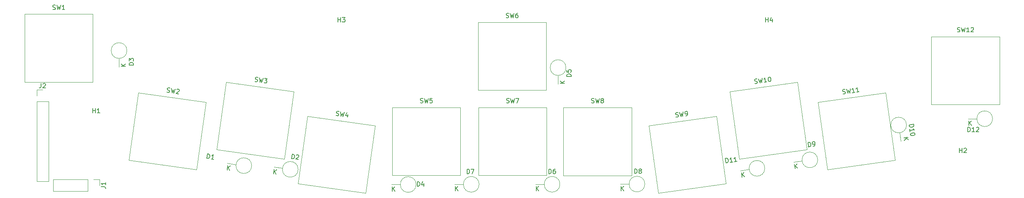
<source format=gbr>
%TF.GenerationSoftware,KiCad,Pcbnew,(7.0.0)*%
%TF.CreationDate,2023-05-23T21:59:03+07:00*%
%TF.ProjectId,top_keyboard_pcb,746f705f-6b65-4796-926f-6172645f7063,rev?*%
%TF.SameCoordinates,Original*%
%TF.FileFunction,Legend,Top*%
%TF.FilePolarity,Positive*%
%FSLAX46Y46*%
G04 Gerber Fmt 4.6, Leading zero omitted, Abs format (unit mm)*
G04 Created by KiCad (PCBNEW (7.0.0)) date 2023-05-23 21:59:03*
%MOMM*%
%LPD*%
G01*
G04 APERTURE LIST*
%ADD10C,0.150000*%
%ADD11C,0.120000*%
G04 APERTURE END LIST*
D10*
%TO.C,SW12*%
X248508489Y-74075632D02*
X248651346Y-74123251D01*
X248651346Y-74123251D02*
X248889441Y-74123251D01*
X248889441Y-74123251D02*
X248984679Y-74075632D01*
X248984679Y-74075632D02*
X249032298Y-74028013D01*
X249032298Y-74028013D02*
X249079917Y-73932775D01*
X249079917Y-73932775D02*
X249079917Y-73837537D01*
X249079917Y-73837537D02*
X249032298Y-73742299D01*
X249032298Y-73742299D02*
X248984679Y-73694680D01*
X248984679Y-73694680D02*
X248889441Y-73647061D01*
X248889441Y-73647061D02*
X248698965Y-73599442D01*
X248698965Y-73599442D02*
X248603727Y-73551823D01*
X248603727Y-73551823D02*
X248556108Y-73504204D01*
X248556108Y-73504204D02*
X248508489Y-73408966D01*
X248508489Y-73408966D02*
X248508489Y-73313728D01*
X248508489Y-73313728D02*
X248556108Y-73218490D01*
X248556108Y-73218490D02*
X248603727Y-73170871D01*
X248603727Y-73170871D02*
X248698965Y-73123251D01*
X248698965Y-73123251D02*
X248937060Y-73123251D01*
X248937060Y-73123251D02*
X249079917Y-73170871D01*
X249413251Y-73123251D02*
X249651346Y-74123251D01*
X249651346Y-74123251D02*
X249841822Y-73408966D01*
X249841822Y-73408966D02*
X250032298Y-74123251D01*
X250032298Y-74123251D02*
X250270394Y-73123251D01*
X251175155Y-74123251D02*
X250603727Y-74123251D01*
X250889441Y-74123251D02*
X250889441Y-73123251D01*
X250889441Y-73123251D02*
X250794203Y-73266109D01*
X250794203Y-73266109D02*
X250698965Y-73361347D01*
X250698965Y-73361347D02*
X250603727Y-73408966D01*
X251556108Y-73218490D02*
X251603727Y-73170871D01*
X251603727Y-73170871D02*
X251698965Y-73123251D01*
X251698965Y-73123251D02*
X251937060Y-73123251D01*
X251937060Y-73123251D02*
X252032298Y-73170871D01*
X252032298Y-73170871D02*
X252079917Y-73218490D01*
X252079917Y-73218490D02*
X252127536Y-73313728D01*
X252127536Y-73313728D02*
X252127536Y-73408966D01*
X252127536Y-73408966D02*
X252079917Y-73551823D01*
X252079917Y-73551823D02*
X251508489Y-74123251D01*
X251508489Y-74123251D02*
X252127536Y-74123251D01*
%TO.C,SW11*%
X223043684Y-87954140D02*
X223191778Y-87981413D01*
X223191778Y-87981413D02*
X223427556Y-87948277D01*
X223427556Y-87948277D02*
X223515240Y-87887867D01*
X223515240Y-87887867D02*
X223555769Y-87834084D01*
X223555769Y-87834084D02*
X223589670Y-87733145D01*
X223589670Y-87733145D02*
X223576415Y-87638834D01*
X223576415Y-87638834D02*
X223516005Y-87551150D01*
X223516005Y-87551150D02*
X223462222Y-87510622D01*
X223462222Y-87510622D02*
X223361283Y-87476721D01*
X223361283Y-87476721D02*
X223166034Y-87456074D01*
X223166034Y-87456074D02*
X223065095Y-87422173D01*
X223065095Y-87422173D02*
X223011312Y-87381645D01*
X223011312Y-87381645D02*
X222950902Y-87293961D01*
X222950902Y-87293961D02*
X222937647Y-87199650D01*
X222937647Y-87199650D02*
X222971549Y-87098711D01*
X222971549Y-87098711D02*
X223012077Y-87044928D01*
X223012077Y-87044928D02*
X223099761Y-86984518D01*
X223099761Y-86984518D02*
X223335539Y-86951381D01*
X223335539Y-86951381D02*
X223483633Y-86978655D01*
X223807095Y-86885109D02*
X224182046Y-87842240D01*
X224182046Y-87842240D02*
X224271260Y-87108397D01*
X224271260Y-87108397D02*
X224559291Y-87789222D01*
X224559291Y-87789222D02*
X224655896Y-86765817D01*
X225691026Y-87630167D02*
X225125159Y-87709694D01*
X225408092Y-87669931D02*
X225268919Y-86679663D01*
X225268919Y-86679663D02*
X225194490Y-86834384D01*
X225194490Y-86834384D02*
X225113433Y-86941950D01*
X225113433Y-86941950D02*
X225025749Y-87002360D01*
X226634139Y-87497621D02*
X226068271Y-87577149D01*
X226351205Y-87537385D02*
X226212032Y-86547117D01*
X226212032Y-86547117D02*
X226137602Y-86701838D01*
X226137602Y-86701838D02*
X226056546Y-86809404D01*
X226056546Y-86809404D02*
X225968862Y-86869814D01*
%TO.C,SW10*%
X203427560Y-85634666D02*
X203575654Y-85661939D01*
X203575654Y-85661939D02*
X203811432Y-85628803D01*
X203811432Y-85628803D02*
X203899116Y-85568393D01*
X203899116Y-85568393D02*
X203939645Y-85514610D01*
X203939645Y-85514610D02*
X203973546Y-85413671D01*
X203973546Y-85413671D02*
X203960291Y-85319360D01*
X203960291Y-85319360D02*
X203899881Y-85231676D01*
X203899881Y-85231676D02*
X203846098Y-85191148D01*
X203846098Y-85191148D02*
X203745159Y-85157247D01*
X203745159Y-85157247D02*
X203549910Y-85136600D01*
X203549910Y-85136600D02*
X203448971Y-85102699D01*
X203448971Y-85102699D02*
X203395188Y-85062171D01*
X203395188Y-85062171D02*
X203334778Y-84974487D01*
X203334778Y-84974487D02*
X203321523Y-84880176D01*
X203321523Y-84880176D02*
X203355425Y-84779237D01*
X203355425Y-84779237D02*
X203395953Y-84725454D01*
X203395953Y-84725454D02*
X203483637Y-84665044D01*
X203483637Y-84665044D02*
X203719415Y-84631907D01*
X203719415Y-84631907D02*
X203867509Y-84659181D01*
X204190971Y-84565635D02*
X204565922Y-85522766D01*
X204565922Y-85522766D02*
X204655136Y-84788923D01*
X204655136Y-84788923D02*
X204943167Y-85469748D01*
X204943167Y-85469748D02*
X205039772Y-84446343D01*
X206074902Y-85310693D02*
X205509035Y-85390220D01*
X205791968Y-85350457D02*
X205652795Y-84360189D01*
X205652795Y-84360189D02*
X205578366Y-84514910D01*
X205578366Y-84514910D02*
X205497309Y-84622476D01*
X205497309Y-84622476D02*
X205409625Y-84682886D01*
X206548752Y-84234270D02*
X206643063Y-84221015D01*
X206643063Y-84221015D02*
X206744002Y-84254917D01*
X206744002Y-84254917D02*
X206797785Y-84295445D01*
X206797785Y-84295445D02*
X206858195Y-84383129D01*
X206858195Y-84383129D02*
X206931860Y-84565124D01*
X206931860Y-84565124D02*
X206964996Y-84800902D01*
X206964996Y-84800902D02*
X206944350Y-84996152D01*
X206944350Y-84996152D02*
X206910449Y-85097090D01*
X206910449Y-85097090D02*
X206869920Y-85150873D01*
X206869920Y-85150873D02*
X206782237Y-85211284D01*
X206782237Y-85211284D02*
X206687925Y-85224538D01*
X206687925Y-85224538D02*
X206586987Y-85190637D01*
X206586987Y-85190637D02*
X206533204Y-85150109D01*
X206533204Y-85150109D02*
X206472794Y-85062425D01*
X206472794Y-85062425D02*
X206399129Y-84880430D01*
X206399129Y-84880430D02*
X206365992Y-84644651D01*
X206365992Y-84644651D02*
X206386639Y-84449402D01*
X206386639Y-84449402D02*
X206420540Y-84348463D01*
X206420540Y-84348463D02*
X206461068Y-84294680D01*
X206461068Y-84294680D02*
X206548752Y-84234270D01*
%TO.C,SW9*%
X185840353Y-93156387D02*
X185988447Y-93183660D01*
X185988447Y-93183660D02*
X186224225Y-93150524D01*
X186224225Y-93150524D02*
X186311909Y-93090114D01*
X186311909Y-93090114D02*
X186352437Y-93036331D01*
X186352437Y-93036331D02*
X186386338Y-92935392D01*
X186386338Y-92935392D02*
X186373084Y-92841081D01*
X186373084Y-92841081D02*
X186312674Y-92753397D01*
X186312674Y-92753397D02*
X186258891Y-92712869D01*
X186258891Y-92712869D02*
X186157952Y-92678968D01*
X186157952Y-92678968D02*
X185962702Y-92658321D01*
X185962702Y-92658321D02*
X185861764Y-92624420D01*
X185861764Y-92624420D02*
X185807981Y-92583892D01*
X185807981Y-92583892D02*
X185747571Y-92496208D01*
X185747571Y-92496208D02*
X185734316Y-92401897D01*
X185734316Y-92401897D02*
X185768217Y-92300958D01*
X185768217Y-92300958D02*
X185808746Y-92247175D01*
X185808746Y-92247175D02*
X185896430Y-92186765D01*
X185896430Y-92186765D02*
X186132208Y-92153629D01*
X186132208Y-92153629D02*
X186280302Y-92180902D01*
X186603764Y-92087356D02*
X186978715Y-93044487D01*
X186978715Y-93044487D02*
X187067928Y-92310644D01*
X187067928Y-92310644D02*
X187355960Y-92991469D01*
X187355960Y-92991469D02*
X187452565Y-91968064D01*
X188016139Y-92898687D02*
X188204761Y-92872178D01*
X188204761Y-92872178D02*
X188292445Y-92811767D01*
X188292445Y-92811767D02*
X188332973Y-92757985D01*
X188332973Y-92757985D02*
X188407403Y-92603263D01*
X188407403Y-92603263D02*
X188428049Y-92408013D01*
X188428049Y-92408013D02*
X188375031Y-92030768D01*
X188375031Y-92030768D02*
X188314621Y-91943084D01*
X188314621Y-91943084D02*
X188260838Y-91902556D01*
X188260838Y-91902556D02*
X188159899Y-91868655D01*
X188159899Y-91868655D02*
X187971277Y-91895164D01*
X187971277Y-91895164D02*
X187883593Y-91955574D01*
X187883593Y-91955574D02*
X187843065Y-92009357D01*
X187843065Y-92009357D02*
X187809163Y-92110296D01*
X187809163Y-92110296D02*
X187842300Y-92346074D01*
X187842300Y-92346074D02*
X187902710Y-92433758D01*
X187902710Y-92433758D02*
X187956493Y-92474286D01*
X187956493Y-92474286D02*
X188057432Y-92508187D01*
X188057432Y-92508187D02*
X188246054Y-92481678D01*
X188246054Y-92481678D02*
X188333738Y-92421268D01*
X188333738Y-92421268D02*
X188374266Y-92367485D01*
X188374266Y-92367485D02*
X188408167Y-92266546D01*
%TO.C,SW8*%
X167015956Y-89952633D02*
X167158813Y-90000252D01*
X167158813Y-90000252D02*
X167396908Y-90000252D01*
X167396908Y-90000252D02*
X167492146Y-89952633D01*
X167492146Y-89952633D02*
X167539765Y-89905014D01*
X167539765Y-89905014D02*
X167587384Y-89809776D01*
X167587384Y-89809776D02*
X167587384Y-89714538D01*
X167587384Y-89714538D02*
X167539765Y-89619300D01*
X167539765Y-89619300D02*
X167492146Y-89571681D01*
X167492146Y-89571681D02*
X167396908Y-89524062D01*
X167396908Y-89524062D02*
X167206432Y-89476443D01*
X167206432Y-89476443D02*
X167111194Y-89428824D01*
X167111194Y-89428824D02*
X167063575Y-89381205D01*
X167063575Y-89381205D02*
X167015956Y-89285967D01*
X167015956Y-89285967D02*
X167015956Y-89190729D01*
X167015956Y-89190729D02*
X167063575Y-89095491D01*
X167063575Y-89095491D02*
X167111194Y-89047872D01*
X167111194Y-89047872D02*
X167206432Y-89000252D01*
X167206432Y-89000252D02*
X167444527Y-89000252D01*
X167444527Y-89000252D02*
X167587384Y-89047872D01*
X167920718Y-89000252D02*
X168158813Y-90000252D01*
X168158813Y-90000252D02*
X168349289Y-89285967D01*
X168349289Y-89285967D02*
X168539765Y-90000252D01*
X168539765Y-90000252D02*
X168777861Y-89000252D01*
X169301670Y-89428824D02*
X169206432Y-89381205D01*
X169206432Y-89381205D02*
X169158813Y-89333586D01*
X169158813Y-89333586D02*
X169111194Y-89238348D01*
X169111194Y-89238348D02*
X169111194Y-89190729D01*
X169111194Y-89190729D02*
X169158813Y-89095491D01*
X169158813Y-89095491D02*
X169206432Y-89047872D01*
X169206432Y-89047872D02*
X169301670Y-89000252D01*
X169301670Y-89000252D02*
X169492146Y-89000252D01*
X169492146Y-89000252D02*
X169587384Y-89047872D01*
X169587384Y-89047872D02*
X169635003Y-89095491D01*
X169635003Y-89095491D02*
X169682622Y-89190729D01*
X169682622Y-89190729D02*
X169682622Y-89238348D01*
X169682622Y-89238348D02*
X169635003Y-89333586D01*
X169635003Y-89333586D02*
X169587384Y-89381205D01*
X169587384Y-89381205D02*
X169492146Y-89428824D01*
X169492146Y-89428824D02*
X169301670Y-89428824D01*
X169301670Y-89428824D02*
X169206432Y-89476443D01*
X169206432Y-89476443D02*
X169158813Y-89524062D01*
X169158813Y-89524062D02*
X169111194Y-89619300D01*
X169111194Y-89619300D02*
X169111194Y-89809776D01*
X169111194Y-89809776D02*
X169158813Y-89905014D01*
X169158813Y-89905014D02*
X169206432Y-89952633D01*
X169206432Y-89952633D02*
X169301670Y-90000252D01*
X169301670Y-90000252D02*
X169492146Y-90000252D01*
X169492146Y-90000252D02*
X169587384Y-89952633D01*
X169587384Y-89952633D02*
X169635003Y-89905014D01*
X169635003Y-89905014D02*
X169682622Y-89809776D01*
X169682622Y-89809776D02*
X169682622Y-89619300D01*
X169682622Y-89619300D02*
X169635003Y-89524062D01*
X169635003Y-89524062D02*
X169587384Y-89476443D01*
X169587384Y-89476443D02*
X169492146Y-89428824D01*
%TO.C,SW7*%
X148106667Y-89929761D02*
X148249524Y-89977380D01*
X148249524Y-89977380D02*
X148487619Y-89977380D01*
X148487619Y-89977380D02*
X148582857Y-89929761D01*
X148582857Y-89929761D02*
X148630476Y-89882142D01*
X148630476Y-89882142D02*
X148678095Y-89786904D01*
X148678095Y-89786904D02*
X148678095Y-89691666D01*
X148678095Y-89691666D02*
X148630476Y-89596428D01*
X148630476Y-89596428D02*
X148582857Y-89548809D01*
X148582857Y-89548809D02*
X148487619Y-89501190D01*
X148487619Y-89501190D02*
X148297143Y-89453571D01*
X148297143Y-89453571D02*
X148201905Y-89405952D01*
X148201905Y-89405952D02*
X148154286Y-89358333D01*
X148154286Y-89358333D02*
X148106667Y-89263095D01*
X148106667Y-89263095D02*
X148106667Y-89167857D01*
X148106667Y-89167857D02*
X148154286Y-89072619D01*
X148154286Y-89072619D02*
X148201905Y-89025000D01*
X148201905Y-89025000D02*
X148297143Y-88977380D01*
X148297143Y-88977380D02*
X148535238Y-88977380D01*
X148535238Y-88977380D02*
X148678095Y-89025000D01*
X149011429Y-88977380D02*
X149249524Y-89977380D01*
X149249524Y-89977380D02*
X149440000Y-89263095D01*
X149440000Y-89263095D02*
X149630476Y-89977380D01*
X149630476Y-89977380D02*
X149868572Y-88977380D01*
X150154286Y-88977380D02*
X150820952Y-88977380D01*
X150820952Y-88977380D02*
X150392381Y-89977380D01*
%TO.C,SW6*%
X148003960Y-70895204D02*
X148146817Y-70942823D01*
X148146817Y-70942823D02*
X148384912Y-70942823D01*
X148384912Y-70942823D02*
X148480150Y-70895204D01*
X148480150Y-70895204D02*
X148527769Y-70847585D01*
X148527769Y-70847585D02*
X148575388Y-70752347D01*
X148575388Y-70752347D02*
X148575388Y-70657109D01*
X148575388Y-70657109D02*
X148527769Y-70561871D01*
X148527769Y-70561871D02*
X148480150Y-70514252D01*
X148480150Y-70514252D02*
X148384912Y-70466633D01*
X148384912Y-70466633D02*
X148194436Y-70419014D01*
X148194436Y-70419014D02*
X148099198Y-70371395D01*
X148099198Y-70371395D02*
X148051579Y-70323776D01*
X148051579Y-70323776D02*
X148003960Y-70228538D01*
X148003960Y-70228538D02*
X148003960Y-70133300D01*
X148003960Y-70133300D02*
X148051579Y-70038062D01*
X148051579Y-70038062D02*
X148099198Y-69990443D01*
X148099198Y-69990443D02*
X148194436Y-69942823D01*
X148194436Y-69942823D02*
X148432531Y-69942823D01*
X148432531Y-69942823D02*
X148575388Y-69990443D01*
X148908722Y-69942823D02*
X149146817Y-70942823D01*
X149146817Y-70942823D02*
X149337293Y-70228538D01*
X149337293Y-70228538D02*
X149527769Y-70942823D01*
X149527769Y-70942823D02*
X149765865Y-69942823D01*
X150575388Y-69942823D02*
X150384912Y-69942823D01*
X150384912Y-69942823D02*
X150289674Y-69990443D01*
X150289674Y-69990443D02*
X150242055Y-70038062D01*
X150242055Y-70038062D02*
X150146817Y-70180919D01*
X150146817Y-70180919D02*
X150099198Y-70371395D01*
X150099198Y-70371395D02*
X150099198Y-70752347D01*
X150099198Y-70752347D02*
X150146817Y-70847585D01*
X150146817Y-70847585D02*
X150194436Y-70895204D01*
X150194436Y-70895204D02*
X150289674Y-70942823D01*
X150289674Y-70942823D02*
X150480150Y-70942823D01*
X150480150Y-70942823D02*
X150575388Y-70895204D01*
X150575388Y-70895204D02*
X150623007Y-70847585D01*
X150623007Y-70847585D02*
X150670626Y-70752347D01*
X150670626Y-70752347D02*
X150670626Y-70514252D01*
X150670626Y-70514252D02*
X150623007Y-70419014D01*
X150623007Y-70419014D02*
X150575388Y-70371395D01*
X150575388Y-70371395D02*
X150480150Y-70323776D01*
X150480150Y-70323776D02*
X150289674Y-70323776D01*
X150289674Y-70323776D02*
X150194436Y-70371395D01*
X150194436Y-70371395D02*
X150146817Y-70419014D01*
X150146817Y-70419014D02*
X150099198Y-70514252D01*
%TO.C,SW5*%
X128900717Y-89939838D02*
X129043574Y-89987457D01*
X129043574Y-89987457D02*
X129281669Y-89987457D01*
X129281669Y-89987457D02*
X129376907Y-89939838D01*
X129376907Y-89939838D02*
X129424526Y-89892219D01*
X129424526Y-89892219D02*
X129472145Y-89796981D01*
X129472145Y-89796981D02*
X129472145Y-89701743D01*
X129472145Y-89701743D02*
X129424526Y-89606505D01*
X129424526Y-89606505D02*
X129376907Y-89558886D01*
X129376907Y-89558886D02*
X129281669Y-89511267D01*
X129281669Y-89511267D02*
X129091193Y-89463648D01*
X129091193Y-89463648D02*
X128995955Y-89416029D01*
X128995955Y-89416029D02*
X128948336Y-89368410D01*
X128948336Y-89368410D02*
X128900717Y-89273172D01*
X128900717Y-89273172D02*
X128900717Y-89177934D01*
X128900717Y-89177934D02*
X128948336Y-89082696D01*
X128948336Y-89082696D02*
X128995955Y-89035077D01*
X128995955Y-89035077D02*
X129091193Y-88987457D01*
X129091193Y-88987457D02*
X129329288Y-88987457D01*
X129329288Y-88987457D02*
X129472145Y-89035077D01*
X129805479Y-88987457D02*
X130043574Y-89987457D01*
X130043574Y-89987457D02*
X130234050Y-89273172D01*
X130234050Y-89273172D02*
X130424526Y-89987457D01*
X130424526Y-89987457D02*
X130662622Y-88987457D01*
X131519764Y-88987457D02*
X131043574Y-88987457D01*
X131043574Y-88987457D02*
X130995955Y-89463648D01*
X130995955Y-89463648D02*
X131043574Y-89416029D01*
X131043574Y-89416029D02*
X131138812Y-89368410D01*
X131138812Y-89368410D02*
X131376907Y-89368410D01*
X131376907Y-89368410D02*
X131472145Y-89416029D01*
X131472145Y-89416029D02*
X131519764Y-89463648D01*
X131519764Y-89463648D02*
X131567383Y-89558886D01*
X131567383Y-89558886D02*
X131567383Y-89796981D01*
X131567383Y-89796981D02*
X131519764Y-89892219D01*
X131519764Y-89892219D02*
X131472145Y-89939838D01*
X131472145Y-89939838D02*
X131376907Y-89987457D01*
X131376907Y-89987457D02*
X131138812Y-89987457D01*
X131138812Y-89987457D02*
X131043574Y-89939838D01*
X131043574Y-89939838D02*
X130995955Y-89892219D01*
%TO.C,SW4*%
X110127801Y-92773361D02*
X110262641Y-92840399D01*
X110262641Y-92840399D02*
X110498419Y-92873535D01*
X110498419Y-92873535D02*
X110599358Y-92839634D01*
X110599358Y-92839634D02*
X110653140Y-92799106D01*
X110653140Y-92799106D02*
X110713551Y-92711422D01*
X110713551Y-92711422D02*
X110726805Y-92617111D01*
X110726805Y-92617111D02*
X110692904Y-92516172D01*
X110692904Y-92516172D02*
X110652376Y-92462389D01*
X110652376Y-92462389D02*
X110564692Y-92401979D01*
X110564692Y-92401979D02*
X110382697Y-92328314D01*
X110382697Y-92328314D02*
X110295013Y-92267904D01*
X110295013Y-92267904D02*
X110254484Y-92214121D01*
X110254484Y-92214121D02*
X110220583Y-92113183D01*
X110220583Y-92113183D02*
X110233838Y-92018871D01*
X110233838Y-92018871D02*
X110294248Y-91931188D01*
X110294248Y-91931188D02*
X110348031Y-91890659D01*
X110348031Y-91890659D02*
X110448970Y-91856758D01*
X110448970Y-91856758D02*
X110684748Y-91889895D01*
X110684748Y-91889895D02*
X110819587Y-91956932D01*
X111156304Y-91956168D02*
X111252909Y-92979572D01*
X111252909Y-92979572D02*
X111540941Y-92298747D01*
X111540941Y-92298747D02*
X111630154Y-93032590D01*
X111630154Y-93032590D02*
X112005105Y-92075459D01*
X112760360Y-92518212D02*
X112667578Y-93178391D01*
X112577600Y-92107831D02*
X112242412Y-92782028D01*
X112242412Y-92782028D02*
X112855435Y-92868183D01*
%TO.C,SW3*%
X92036491Y-85163327D02*
X92171331Y-85230365D01*
X92171331Y-85230365D02*
X92407109Y-85263501D01*
X92407109Y-85263501D02*
X92508048Y-85229600D01*
X92508048Y-85229600D02*
X92561830Y-85189072D01*
X92561830Y-85189072D02*
X92622241Y-85101388D01*
X92622241Y-85101388D02*
X92635495Y-85007077D01*
X92635495Y-85007077D02*
X92601594Y-84906138D01*
X92601594Y-84906138D02*
X92561066Y-84852355D01*
X92561066Y-84852355D02*
X92473382Y-84791945D01*
X92473382Y-84791945D02*
X92291387Y-84718280D01*
X92291387Y-84718280D02*
X92203703Y-84657870D01*
X92203703Y-84657870D02*
X92163174Y-84604087D01*
X92163174Y-84604087D02*
X92129273Y-84503149D01*
X92129273Y-84503149D02*
X92142528Y-84408837D01*
X92142528Y-84408837D02*
X92202938Y-84321154D01*
X92202938Y-84321154D02*
X92256721Y-84280625D01*
X92256721Y-84280625D02*
X92357660Y-84246724D01*
X92357660Y-84246724D02*
X92593438Y-84279861D01*
X92593438Y-84279861D02*
X92728277Y-84346898D01*
X93064994Y-84346134D02*
X93161599Y-85369538D01*
X93161599Y-85369538D02*
X93449631Y-84688713D01*
X93449631Y-84688713D02*
X93538844Y-85422556D01*
X93538844Y-85422556D02*
X93913795Y-84465425D01*
X94196729Y-84505188D02*
X94809752Y-84591343D01*
X94809752Y-84591343D02*
X94426644Y-84922197D01*
X94426644Y-84922197D02*
X94568111Y-84942079D01*
X94568111Y-84942079D02*
X94655795Y-85002489D01*
X94655795Y-85002489D02*
X94696323Y-85056272D01*
X94696323Y-85056272D02*
X94730224Y-85157211D01*
X94730224Y-85157211D02*
X94697088Y-85392989D01*
X94697088Y-85392989D02*
X94636678Y-85480673D01*
X94636678Y-85480673D02*
X94582895Y-85521201D01*
X94582895Y-85521201D02*
X94481956Y-85555102D01*
X94481956Y-85555102D02*
X94199023Y-85515338D01*
X94199023Y-85515338D02*
X94111339Y-85454928D01*
X94111339Y-85454928D02*
X94070810Y-85401145D01*
%TO.C,SW2*%
X72453502Y-87549071D02*
X72588342Y-87616109D01*
X72588342Y-87616109D02*
X72824120Y-87649245D01*
X72824120Y-87649245D02*
X72925059Y-87615344D01*
X72925059Y-87615344D02*
X72978841Y-87574816D01*
X72978841Y-87574816D02*
X73039252Y-87487132D01*
X73039252Y-87487132D02*
X73052506Y-87392821D01*
X73052506Y-87392821D02*
X73018605Y-87291882D01*
X73018605Y-87291882D02*
X72978077Y-87238099D01*
X72978077Y-87238099D02*
X72890393Y-87177689D01*
X72890393Y-87177689D02*
X72708398Y-87104024D01*
X72708398Y-87104024D02*
X72620714Y-87043614D01*
X72620714Y-87043614D02*
X72580185Y-86989831D01*
X72580185Y-86989831D02*
X72546284Y-86888893D01*
X72546284Y-86888893D02*
X72559539Y-86794581D01*
X72559539Y-86794581D02*
X72619949Y-86706898D01*
X72619949Y-86706898D02*
X72673732Y-86666369D01*
X72673732Y-86666369D02*
X72774671Y-86632468D01*
X72774671Y-86632468D02*
X73010449Y-86665605D01*
X73010449Y-86665605D02*
X73145288Y-86732642D01*
X73482005Y-86731878D02*
X73578610Y-87755282D01*
X73578610Y-87755282D02*
X73866642Y-87074457D01*
X73866642Y-87074457D02*
X73955855Y-87808300D01*
X73955855Y-87808300D02*
X74330806Y-86851169D01*
X74647641Y-86991871D02*
X74701424Y-86951343D01*
X74701424Y-86951343D02*
X74802362Y-86917442D01*
X74802362Y-86917442D02*
X75038140Y-86950578D01*
X75038140Y-86950578D02*
X75125824Y-87010988D01*
X75125824Y-87010988D02*
X75166353Y-87064771D01*
X75166353Y-87064771D02*
X75200254Y-87165710D01*
X75200254Y-87165710D02*
X75186999Y-87260021D01*
X75186999Y-87260021D02*
X75119962Y-87394861D01*
X75119962Y-87394861D02*
X74474567Y-87881201D01*
X74474567Y-87881201D02*
X75087590Y-87967355D01*
%TO.C,SW1*%
X47024846Y-69065700D02*
X47167703Y-69113319D01*
X47167703Y-69113319D02*
X47405798Y-69113319D01*
X47405798Y-69113319D02*
X47501036Y-69065700D01*
X47501036Y-69065700D02*
X47548655Y-69018081D01*
X47548655Y-69018081D02*
X47596274Y-68922843D01*
X47596274Y-68922843D02*
X47596274Y-68827605D01*
X47596274Y-68827605D02*
X47548655Y-68732367D01*
X47548655Y-68732367D02*
X47501036Y-68684748D01*
X47501036Y-68684748D02*
X47405798Y-68637129D01*
X47405798Y-68637129D02*
X47215322Y-68589510D01*
X47215322Y-68589510D02*
X47120084Y-68541891D01*
X47120084Y-68541891D02*
X47072465Y-68494272D01*
X47072465Y-68494272D02*
X47024846Y-68399034D01*
X47024846Y-68399034D02*
X47024846Y-68303796D01*
X47024846Y-68303796D02*
X47072465Y-68208558D01*
X47072465Y-68208558D02*
X47120084Y-68160939D01*
X47120084Y-68160939D02*
X47215322Y-68113319D01*
X47215322Y-68113319D02*
X47453417Y-68113319D01*
X47453417Y-68113319D02*
X47596274Y-68160939D01*
X47929608Y-68113319D02*
X48167703Y-69113319D01*
X48167703Y-69113319D02*
X48358179Y-68399034D01*
X48358179Y-68399034D02*
X48548655Y-69113319D01*
X48548655Y-69113319D02*
X48786751Y-68113319D01*
X49691512Y-69113319D02*
X49120084Y-69113319D01*
X49405798Y-69113319D02*
X49405798Y-68113319D01*
X49405798Y-68113319D02*
X49310560Y-68256177D01*
X49310560Y-68256177D02*
X49215322Y-68351415D01*
X49215322Y-68351415D02*
X49120084Y-68399034D01*
%TO.C,D11*%
X196968661Y-103402801D02*
X196829488Y-102412533D01*
X196829488Y-102412533D02*
X197065266Y-102379397D01*
X197065266Y-102379397D02*
X197213360Y-102406670D01*
X197213360Y-102406670D02*
X197320926Y-102487727D01*
X197320926Y-102487727D02*
X197381336Y-102575411D01*
X197381336Y-102575411D02*
X197455001Y-102757406D01*
X197455001Y-102757406D02*
X197474882Y-102898873D01*
X197474882Y-102898873D02*
X197454236Y-103094123D01*
X197454236Y-103094123D02*
X197420335Y-103195061D01*
X197420335Y-103195061D02*
X197339278Y-103302627D01*
X197339278Y-103302627D02*
X197204439Y-103369665D01*
X197204439Y-103369665D02*
X196968661Y-103402801D01*
X198477641Y-103190728D02*
X197911773Y-103270255D01*
X198194707Y-103230491D02*
X198055534Y-102240223D01*
X198055534Y-102240223D02*
X197981104Y-102394945D01*
X197981104Y-102394945D02*
X197900048Y-102502511D01*
X197900048Y-102502511D02*
X197812364Y-102562921D01*
X199420753Y-103058182D02*
X198854886Y-103137709D01*
X199137819Y-103097946D02*
X198998646Y-102107678D01*
X198998646Y-102107678D02*
X198924217Y-102262399D01*
X198924217Y-102262399D02*
X198843160Y-102369965D01*
X198843160Y-102369965D02*
X198755476Y-102430375D01*
X200568282Y-106569934D02*
X200429109Y-105579666D01*
X201134150Y-106490407D02*
X200630222Y-105984185D01*
X200994976Y-105500139D02*
X200508637Y-106145534D01*
%TO.C,D6*%
X157493615Y-105808152D02*
X157493615Y-104808152D01*
X157493615Y-104808152D02*
X157731710Y-104808152D01*
X157731710Y-104808152D02*
X157874567Y-104855772D01*
X157874567Y-104855772D02*
X157969805Y-104951010D01*
X157969805Y-104951010D02*
X158017424Y-105046248D01*
X158017424Y-105046248D02*
X158065043Y-105236724D01*
X158065043Y-105236724D02*
X158065043Y-105379581D01*
X158065043Y-105379581D02*
X158017424Y-105570057D01*
X158017424Y-105570057D02*
X157969805Y-105665295D01*
X157969805Y-105665295D02*
X157874567Y-105760533D01*
X157874567Y-105760533D02*
X157731710Y-105808152D01*
X157731710Y-105808152D02*
X157493615Y-105808152D01*
X158922186Y-104808152D02*
X158731710Y-104808152D01*
X158731710Y-104808152D02*
X158636472Y-104855772D01*
X158636472Y-104855772D02*
X158588853Y-104903391D01*
X158588853Y-104903391D02*
X158493615Y-105046248D01*
X158493615Y-105046248D02*
X158445996Y-105236724D01*
X158445996Y-105236724D02*
X158445996Y-105617676D01*
X158445996Y-105617676D02*
X158493615Y-105712914D01*
X158493615Y-105712914D02*
X158541234Y-105760533D01*
X158541234Y-105760533D02*
X158636472Y-105808152D01*
X158636472Y-105808152D02*
X158826948Y-105808152D01*
X158826948Y-105808152D02*
X158922186Y-105760533D01*
X158922186Y-105760533D02*
X158969805Y-105712914D01*
X158969805Y-105712914D02*
X159017424Y-105617676D01*
X159017424Y-105617676D02*
X159017424Y-105379581D01*
X159017424Y-105379581D02*
X158969805Y-105284343D01*
X158969805Y-105284343D02*
X158922186Y-105236724D01*
X158922186Y-105236724D02*
X158826948Y-105189105D01*
X158826948Y-105189105D02*
X158636472Y-105189105D01*
X158636472Y-105189105D02*
X158541234Y-105236724D01*
X158541234Y-105236724D02*
X158493615Y-105284343D01*
X158493615Y-105284343D02*
X158445996Y-105379581D01*
X154689805Y-109658787D02*
X154689805Y-108658787D01*
X155261233Y-109658787D02*
X154832662Y-109087359D01*
X155261233Y-108658787D02*
X154689805Y-109230216D01*
%TO.C,H2*%
X248978095Y-101127380D02*
X248978095Y-100127380D01*
X248978095Y-100603571D02*
X249549523Y-100603571D01*
X249549523Y-101127380D02*
X249549523Y-100127380D01*
X249978095Y-100222619D02*
X250025714Y-100175000D01*
X250025714Y-100175000D02*
X250120952Y-100127380D01*
X250120952Y-100127380D02*
X250359047Y-100127380D01*
X250359047Y-100127380D02*
X250454285Y-100175000D01*
X250454285Y-100175000D02*
X250501904Y-100222619D01*
X250501904Y-100222619D02*
X250549523Y-100317857D01*
X250549523Y-100317857D02*
X250549523Y-100413095D01*
X250549523Y-100413095D02*
X250501904Y-100555952D01*
X250501904Y-100555952D02*
X249930476Y-101127380D01*
X249930476Y-101127380D02*
X250549523Y-101127380D01*
%TO.C,D12*%
X250847897Y-96437380D02*
X250847897Y-95437380D01*
X250847897Y-95437380D02*
X251085992Y-95437380D01*
X251085992Y-95437380D02*
X251228849Y-95485000D01*
X251228849Y-95485000D02*
X251324087Y-95580238D01*
X251324087Y-95580238D02*
X251371706Y-95675476D01*
X251371706Y-95675476D02*
X251419325Y-95865952D01*
X251419325Y-95865952D02*
X251419325Y-96008809D01*
X251419325Y-96008809D02*
X251371706Y-96199285D01*
X251371706Y-96199285D02*
X251324087Y-96294523D01*
X251324087Y-96294523D02*
X251228849Y-96389761D01*
X251228849Y-96389761D02*
X251085992Y-96437380D01*
X251085992Y-96437380D02*
X250847897Y-96437380D01*
X252371706Y-96437380D02*
X251800278Y-96437380D01*
X252085992Y-96437380D02*
X252085992Y-95437380D01*
X252085992Y-95437380D02*
X251990754Y-95580238D01*
X251990754Y-95580238D02*
X251895516Y-95675476D01*
X251895516Y-95675476D02*
X251800278Y-95723095D01*
X252752659Y-95532619D02*
X252800278Y-95485000D01*
X252800278Y-95485000D02*
X252895516Y-95437380D01*
X252895516Y-95437380D02*
X253133611Y-95437380D01*
X253133611Y-95437380D02*
X253228849Y-95485000D01*
X253228849Y-95485000D02*
X253276468Y-95532619D01*
X253276468Y-95532619D02*
X253324087Y-95627857D01*
X253324087Y-95627857D02*
X253324087Y-95723095D01*
X253324087Y-95723095D02*
X253276468Y-95865952D01*
X253276468Y-95865952D02*
X252705040Y-96437380D01*
X252705040Y-96437380D02*
X253324087Y-96437380D01*
X251060278Y-94997380D02*
X251060278Y-93997380D01*
X251631706Y-94997380D02*
X251203135Y-94425952D01*
X251631706Y-93997380D02*
X251060278Y-94568809D01*
%TO.C,D2*%
X100216406Y-102448355D02*
X100355579Y-101458087D01*
X100355579Y-101458087D02*
X100591357Y-101491224D01*
X100591357Y-101491224D02*
X100726197Y-101558261D01*
X100726197Y-101558261D02*
X100807254Y-101665827D01*
X100807254Y-101665827D02*
X100841155Y-101766765D01*
X100841155Y-101766765D02*
X100861801Y-101962015D01*
X100861801Y-101962015D02*
X100841919Y-102103482D01*
X100841919Y-102103482D02*
X100768255Y-102285477D01*
X100768255Y-102285477D02*
X100707844Y-102373161D01*
X100707844Y-102373161D02*
X100600279Y-102454218D01*
X100600279Y-102454218D02*
X100452184Y-102481492D01*
X100452184Y-102481492D02*
X100216406Y-102448355D01*
X101285437Y-101684944D02*
X101339220Y-101644416D01*
X101339220Y-101644416D02*
X101440159Y-101610515D01*
X101440159Y-101610515D02*
X101675937Y-101643651D01*
X101675937Y-101643651D02*
X101763621Y-101704061D01*
X101763621Y-101704061D02*
X101804149Y-101757844D01*
X101804149Y-101757844D02*
X101838050Y-101858783D01*
X101838050Y-101858783D02*
X101824796Y-101953094D01*
X101824796Y-101953094D02*
X101757758Y-102087934D01*
X101757758Y-102087934D02*
X101112363Y-102574274D01*
X101112363Y-102574274D02*
X101725386Y-102660428D01*
X96208839Y-105814434D02*
X96348012Y-104824166D01*
X96774706Y-105893962D02*
X96429833Y-105268448D01*
X96913880Y-104903693D02*
X96268485Y-105390033D01*
%TO.C,J2*%
X44404215Y-85650252D02*
X44404215Y-86364538D01*
X44404215Y-86364538D02*
X44356596Y-86507395D01*
X44356596Y-86507395D02*
X44261358Y-86602633D01*
X44261358Y-86602633D02*
X44118501Y-86650252D01*
X44118501Y-86650252D02*
X44023263Y-86650252D01*
X44832787Y-85745491D02*
X44880406Y-85697872D01*
X44880406Y-85697872D02*
X44975644Y-85650252D01*
X44975644Y-85650252D02*
X45213739Y-85650252D01*
X45213739Y-85650252D02*
X45308977Y-85697872D01*
X45308977Y-85697872D02*
X45356596Y-85745491D01*
X45356596Y-85745491D02*
X45404215Y-85840729D01*
X45404215Y-85840729D02*
X45404215Y-85935967D01*
X45404215Y-85935967D02*
X45356596Y-86078824D01*
X45356596Y-86078824D02*
X44785168Y-86650252D01*
X44785168Y-86650252D02*
X45404215Y-86650252D01*
%TO.C,D7*%
X139297175Y-105812423D02*
X139297175Y-104812423D01*
X139297175Y-104812423D02*
X139535270Y-104812423D01*
X139535270Y-104812423D02*
X139678127Y-104860043D01*
X139678127Y-104860043D02*
X139773365Y-104955281D01*
X139773365Y-104955281D02*
X139820984Y-105050519D01*
X139820984Y-105050519D02*
X139868603Y-105240995D01*
X139868603Y-105240995D02*
X139868603Y-105383852D01*
X139868603Y-105383852D02*
X139820984Y-105574328D01*
X139820984Y-105574328D02*
X139773365Y-105669566D01*
X139773365Y-105669566D02*
X139678127Y-105764804D01*
X139678127Y-105764804D02*
X139535270Y-105812423D01*
X139535270Y-105812423D02*
X139297175Y-105812423D01*
X140201937Y-104812423D02*
X140868603Y-104812423D01*
X140868603Y-104812423D02*
X140440032Y-105812423D01*
X136693630Y-109673514D02*
X136693630Y-108673514D01*
X137265058Y-109673514D02*
X136836487Y-109102086D01*
X137265058Y-108673514D02*
X136693630Y-109244943D01*
%TO.C,D9*%
X215368347Y-99815233D02*
X215229174Y-98824965D01*
X215229174Y-98824965D02*
X215464952Y-98791829D01*
X215464952Y-98791829D02*
X215613047Y-98819102D01*
X215613047Y-98819102D02*
X215720612Y-98900159D01*
X215720612Y-98900159D02*
X215781023Y-98987843D01*
X215781023Y-98987843D02*
X215854687Y-99169838D01*
X215854687Y-99169838D02*
X215874569Y-99311305D01*
X215874569Y-99311305D02*
X215853923Y-99506555D01*
X215853923Y-99506555D02*
X215820022Y-99607493D01*
X215820022Y-99607493D02*
X215738965Y-99715059D01*
X215738965Y-99715059D02*
X215604125Y-99782097D01*
X215604125Y-99782097D02*
X215368347Y-99815233D01*
X216405771Y-99669433D02*
X216594394Y-99642924D01*
X216594394Y-99642924D02*
X216682078Y-99582513D01*
X216682078Y-99582513D02*
X216722606Y-99528730D01*
X216722606Y-99528730D02*
X216797035Y-99374009D01*
X216797035Y-99374009D02*
X216817682Y-99178759D01*
X216817682Y-99178759D02*
X216764663Y-98801514D01*
X216764663Y-98801514D02*
X216704253Y-98713830D01*
X216704253Y-98713830D02*
X216650470Y-98673302D01*
X216650470Y-98673302D02*
X216549532Y-98639401D01*
X216549532Y-98639401D02*
X216360909Y-98665910D01*
X216360909Y-98665910D02*
X216273225Y-98726320D01*
X216273225Y-98726320D02*
X216232697Y-98780103D01*
X216232697Y-98780103D02*
X216198796Y-98881042D01*
X216198796Y-98881042D02*
X216231932Y-99116820D01*
X216231932Y-99116820D02*
X216292343Y-99204504D01*
X216292343Y-99204504D02*
X216346125Y-99245032D01*
X216346125Y-99245032D02*
X216447064Y-99278933D01*
X216447064Y-99278933D02*
X216635686Y-99252424D01*
X216635686Y-99252424D02*
X216723370Y-99192014D01*
X216723370Y-99192014D02*
X216763899Y-99138231D01*
X216763899Y-99138231D02*
X216797800Y-99037292D01*
X212353043Y-104686365D02*
X212213870Y-103696097D01*
X212918911Y-104606838D02*
X212414983Y-104100616D01*
X212779737Y-103616570D02*
X212293398Y-104261965D01*
%TO.C,D1*%
X81356689Y-102381903D02*
X81495862Y-101391635D01*
X81495862Y-101391635D02*
X81731640Y-101424772D01*
X81731640Y-101424772D02*
X81866480Y-101491809D01*
X81866480Y-101491809D02*
X81947537Y-101599375D01*
X81947537Y-101599375D02*
X81981438Y-101700313D01*
X81981438Y-101700313D02*
X82002084Y-101895563D01*
X82002084Y-101895563D02*
X81982202Y-102037030D01*
X81982202Y-102037030D02*
X81908538Y-102219025D01*
X81908538Y-102219025D02*
X81848127Y-102306709D01*
X81848127Y-102306709D02*
X81740562Y-102387766D01*
X81740562Y-102387766D02*
X81592467Y-102415040D01*
X81592467Y-102415040D02*
X81356689Y-102381903D01*
X82865669Y-102593976D02*
X82299802Y-102514449D01*
X82582735Y-102554213D02*
X82721909Y-101563945D01*
X82721909Y-101563945D02*
X82607715Y-101692157D01*
X82607715Y-101692157D02*
X82500150Y-101773214D01*
X82500150Y-101773214D02*
X82399211Y-101807115D01*
X85859841Y-104986265D02*
X85999014Y-103995997D01*
X86425708Y-105065793D02*
X86080835Y-104440279D01*
X86564882Y-104075524D02*
X85919487Y-104561864D01*
%TO.C,D4*%
X128210525Y-108617694D02*
X128210525Y-107617694D01*
X128210525Y-107617694D02*
X128448620Y-107617694D01*
X128448620Y-107617694D02*
X128591477Y-107665314D01*
X128591477Y-107665314D02*
X128686715Y-107760552D01*
X128686715Y-107760552D02*
X128734334Y-107855790D01*
X128734334Y-107855790D02*
X128781953Y-108046266D01*
X128781953Y-108046266D02*
X128781953Y-108189123D01*
X128781953Y-108189123D02*
X128734334Y-108379599D01*
X128734334Y-108379599D02*
X128686715Y-108474837D01*
X128686715Y-108474837D02*
X128591477Y-108570075D01*
X128591477Y-108570075D02*
X128448620Y-108617694D01*
X128448620Y-108617694D02*
X128210525Y-108617694D01*
X129639096Y-107951028D02*
X129639096Y-108617694D01*
X129401001Y-107570075D02*
X129162906Y-108284361D01*
X129162906Y-108284361D02*
X129781953Y-108284361D01*
X122648898Y-109717694D02*
X122648898Y-108717694D01*
X123220326Y-109717694D02*
X122791755Y-109146266D01*
X123220326Y-108717694D02*
X122648898Y-109289123D01*
%TO.C,H3*%
X110548095Y-71917380D02*
X110548095Y-70917380D01*
X110548095Y-71393571D02*
X111119523Y-71393571D01*
X111119523Y-71917380D02*
X111119523Y-70917380D01*
X111500476Y-70917380D02*
X112119523Y-70917380D01*
X112119523Y-70917380D02*
X111786190Y-71298333D01*
X111786190Y-71298333D02*
X111929047Y-71298333D01*
X111929047Y-71298333D02*
X112024285Y-71345952D01*
X112024285Y-71345952D02*
X112071904Y-71393571D01*
X112071904Y-71393571D02*
X112119523Y-71488809D01*
X112119523Y-71488809D02*
X112119523Y-71726904D01*
X112119523Y-71726904D02*
X112071904Y-71822142D01*
X112071904Y-71822142D02*
X112024285Y-71869761D01*
X112024285Y-71869761D02*
X111929047Y-71917380D01*
X111929047Y-71917380D02*
X111643333Y-71917380D01*
X111643333Y-71917380D02*
X111548095Y-71869761D01*
X111548095Y-71869761D02*
X111500476Y-71822142D01*
%TO.C,J1*%
X57774392Y-108766765D02*
X58488678Y-108766765D01*
X58488678Y-108766765D02*
X58631535Y-108814384D01*
X58631535Y-108814384D02*
X58726773Y-108909622D01*
X58726773Y-108909622D02*
X58774392Y-109052479D01*
X58774392Y-109052479D02*
X58774392Y-109147717D01*
X58774392Y-107766765D02*
X58774392Y-108338193D01*
X58774392Y-108052479D02*
X57774392Y-108052479D01*
X57774392Y-108052479D02*
X57917250Y-108147717D01*
X57917250Y-108147717D02*
X58012488Y-108242955D01*
X58012488Y-108242955D02*
X58060107Y-108338193D01*
%TO.C,H4*%
X205798095Y-71917380D02*
X205798095Y-70917380D01*
X205798095Y-71393571D02*
X206369523Y-71393571D01*
X206369523Y-71917380D02*
X206369523Y-70917380D01*
X207274285Y-71250714D02*
X207274285Y-71917380D01*
X207036190Y-70869761D02*
X206798095Y-71584047D01*
X206798095Y-71584047D02*
X207417142Y-71584047D01*
%TO.C,D8*%
X176620669Y-105763972D02*
X176620669Y-104763972D01*
X176620669Y-104763972D02*
X176858764Y-104763972D01*
X176858764Y-104763972D02*
X177001621Y-104811592D01*
X177001621Y-104811592D02*
X177096859Y-104906830D01*
X177096859Y-104906830D02*
X177144478Y-105002068D01*
X177144478Y-105002068D02*
X177192097Y-105192544D01*
X177192097Y-105192544D02*
X177192097Y-105335401D01*
X177192097Y-105335401D02*
X177144478Y-105525877D01*
X177144478Y-105525877D02*
X177096859Y-105621115D01*
X177096859Y-105621115D02*
X177001621Y-105716353D01*
X177001621Y-105716353D02*
X176858764Y-105763972D01*
X176858764Y-105763972D02*
X176620669Y-105763972D01*
X177763526Y-105192544D02*
X177668288Y-105144925D01*
X177668288Y-105144925D02*
X177620669Y-105097306D01*
X177620669Y-105097306D02*
X177573050Y-105002068D01*
X177573050Y-105002068D02*
X177573050Y-104954449D01*
X177573050Y-104954449D02*
X177620669Y-104859211D01*
X177620669Y-104859211D02*
X177668288Y-104811592D01*
X177668288Y-104811592D02*
X177763526Y-104763972D01*
X177763526Y-104763972D02*
X177954002Y-104763972D01*
X177954002Y-104763972D02*
X178049240Y-104811592D01*
X178049240Y-104811592D02*
X178096859Y-104859211D01*
X178096859Y-104859211D02*
X178144478Y-104954449D01*
X178144478Y-104954449D02*
X178144478Y-105002068D01*
X178144478Y-105002068D02*
X178096859Y-105097306D01*
X178096859Y-105097306D02*
X178049240Y-105144925D01*
X178049240Y-105144925D02*
X177954002Y-105192544D01*
X177954002Y-105192544D02*
X177763526Y-105192544D01*
X177763526Y-105192544D02*
X177668288Y-105240163D01*
X177668288Y-105240163D02*
X177620669Y-105287782D01*
X177620669Y-105287782D02*
X177573050Y-105383020D01*
X177573050Y-105383020D02*
X177573050Y-105573496D01*
X177573050Y-105573496D02*
X177620669Y-105668734D01*
X177620669Y-105668734D02*
X177668288Y-105716353D01*
X177668288Y-105716353D02*
X177763526Y-105763972D01*
X177763526Y-105763972D02*
X177954002Y-105763972D01*
X177954002Y-105763972D02*
X178049240Y-105716353D01*
X178049240Y-105716353D02*
X178096859Y-105668734D01*
X178096859Y-105668734D02*
X178144478Y-105573496D01*
X178144478Y-105573496D02*
X178144478Y-105383020D01*
X178144478Y-105383020D02*
X178096859Y-105287782D01*
X178096859Y-105287782D02*
X178049240Y-105240163D01*
X178049240Y-105240163D02*
X177954002Y-105192544D01*
X173599042Y-109614607D02*
X173599042Y-108614607D01*
X174170470Y-109614607D02*
X173741899Y-109043179D01*
X174170470Y-108614607D02*
X173599042Y-109186036D01*
%TO.C,H1*%
X55938095Y-92237380D02*
X55938095Y-91237380D01*
X55938095Y-91713571D02*
X56509523Y-91713571D01*
X56509523Y-92237380D02*
X56509523Y-91237380D01*
X57509523Y-92237380D02*
X56938095Y-92237380D01*
X57223809Y-92237380D02*
X57223809Y-91237380D01*
X57223809Y-91237380D02*
X57128571Y-91380238D01*
X57128571Y-91380238D02*
X57033333Y-91475476D01*
X57033333Y-91475476D02*
X56938095Y-91523095D01*
%TO.C,D3*%
X65020116Y-81547573D02*
X64020116Y-81547573D01*
X64020116Y-81547573D02*
X64020116Y-81309478D01*
X64020116Y-81309478D02*
X64067736Y-81166621D01*
X64067736Y-81166621D02*
X64162974Y-81071383D01*
X64162974Y-81071383D02*
X64258212Y-81023764D01*
X64258212Y-81023764D02*
X64448688Y-80976145D01*
X64448688Y-80976145D02*
X64591545Y-80976145D01*
X64591545Y-80976145D02*
X64782021Y-81023764D01*
X64782021Y-81023764D02*
X64877259Y-81071383D01*
X64877259Y-81071383D02*
X64972497Y-81166621D01*
X64972497Y-81166621D02*
X65020116Y-81309478D01*
X65020116Y-81309478D02*
X65020116Y-81547573D01*
X64020116Y-80642811D02*
X64020116Y-80023764D01*
X64020116Y-80023764D02*
X64401069Y-80357097D01*
X64401069Y-80357097D02*
X64401069Y-80214240D01*
X64401069Y-80214240D02*
X64448688Y-80119002D01*
X64448688Y-80119002D02*
X64496307Y-80071383D01*
X64496307Y-80071383D02*
X64591545Y-80023764D01*
X64591545Y-80023764D02*
X64829640Y-80023764D01*
X64829640Y-80023764D02*
X64924878Y-80071383D01*
X64924878Y-80071383D02*
X64972497Y-80119002D01*
X64972497Y-80119002D02*
X65020116Y-80214240D01*
X65020116Y-80214240D02*
X65020116Y-80499954D01*
X65020116Y-80499954D02*
X64972497Y-80595192D01*
X64972497Y-80595192D02*
X64924878Y-80642811D01*
X63247380Y-81831904D02*
X62247380Y-81831904D01*
X63247380Y-81260476D02*
X62675952Y-81689047D01*
X62247380Y-81260476D02*
X62818809Y-81831904D01*
%TO.C,D10*%
X237777198Y-94918661D02*
X238767466Y-94779488D01*
X238767466Y-94779488D02*
X238800602Y-95015266D01*
X238800602Y-95015266D02*
X238773329Y-95163360D01*
X238773329Y-95163360D02*
X238692272Y-95270926D01*
X238692272Y-95270926D02*
X238604588Y-95331336D01*
X238604588Y-95331336D02*
X238422593Y-95405001D01*
X238422593Y-95405001D02*
X238281126Y-95424882D01*
X238281126Y-95424882D02*
X238085876Y-95404236D01*
X238085876Y-95404236D02*
X237984938Y-95370335D01*
X237984938Y-95370335D02*
X237877372Y-95289278D01*
X237877372Y-95289278D02*
X237810334Y-95154439D01*
X237810334Y-95154439D02*
X237777198Y-94918661D01*
X237989271Y-96427641D02*
X237909744Y-95861773D01*
X237949508Y-96144707D02*
X238939776Y-96005534D01*
X238939776Y-96005534D02*
X238785054Y-95931104D01*
X238785054Y-95931104D02*
X238677488Y-95850048D01*
X238677488Y-95850048D02*
X238617078Y-95762364D01*
X239065694Y-96901491D02*
X239078949Y-96995802D01*
X239078949Y-96995802D02*
X239045048Y-97096740D01*
X239045048Y-97096740D02*
X239004519Y-97150523D01*
X239004519Y-97150523D02*
X238916835Y-97210933D01*
X238916835Y-97210933D02*
X238734840Y-97284598D01*
X238734840Y-97284598D02*
X238499062Y-97317735D01*
X238499062Y-97317735D02*
X238303812Y-97297088D01*
X238303812Y-97297088D02*
X238202874Y-97263187D01*
X238202874Y-97263187D02*
X238149091Y-97222659D01*
X238149091Y-97222659D02*
X238088681Y-97134975D01*
X238088681Y-97134975D02*
X238075426Y-97040664D01*
X238075426Y-97040664D02*
X238109327Y-96939725D01*
X238109327Y-96939725D02*
X238149855Y-96885942D01*
X238149855Y-96885942D02*
X238237539Y-96825532D01*
X238237539Y-96825532D02*
X238419535Y-96751867D01*
X238419535Y-96751867D02*
X238655313Y-96718731D01*
X238655313Y-96718731D02*
X238850562Y-96739377D01*
X238850562Y-96739377D02*
X238951501Y-96773278D01*
X238951501Y-96773278D02*
X239005284Y-96813807D01*
X239005284Y-96813807D02*
X239065694Y-96901491D01*
X236579423Y-97835265D02*
X237569691Y-97696092D01*
X236658950Y-98401133D02*
X237165172Y-97897205D01*
X237649218Y-98261959D02*
X237003823Y-97775620D01*
%TO.C,D5*%
X162477380Y-84108094D02*
X161477380Y-84108094D01*
X161477380Y-84108094D02*
X161477380Y-83869999D01*
X161477380Y-83869999D02*
X161525000Y-83727142D01*
X161525000Y-83727142D02*
X161620238Y-83631904D01*
X161620238Y-83631904D02*
X161715476Y-83584285D01*
X161715476Y-83584285D02*
X161905952Y-83536666D01*
X161905952Y-83536666D02*
X162048809Y-83536666D01*
X162048809Y-83536666D02*
X162239285Y-83584285D01*
X162239285Y-83584285D02*
X162334523Y-83631904D01*
X162334523Y-83631904D02*
X162429761Y-83727142D01*
X162429761Y-83727142D02*
X162477380Y-83869999D01*
X162477380Y-83869999D02*
X162477380Y-84108094D01*
X161477380Y-82631904D02*
X161477380Y-83108094D01*
X161477380Y-83108094D02*
X161953571Y-83155713D01*
X161953571Y-83155713D02*
X161905952Y-83108094D01*
X161905952Y-83108094D02*
X161858333Y-83012856D01*
X161858333Y-83012856D02*
X161858333Y-82774761D01*
X161858333Y-82774761D02*
X161905952Y-82679523D01*
X161905952Y-82679523D02*
X161953571Y-82631904D01*
X161953571Y-82631904D02*
X162048809Y-82584285D01*
X162048809Y-82584285D02*
X162286904Y-82584285D01*
X162286904Y-82584285D02*
X162382142Y-82631904D01*
X162382142Y-82631904D02*
X162429761Y-82679523D01*
X162429761Y-82679523D02*
X162477380Y-82774761D01*
X162477380Y-82774761D02*
X162477380Y-83012856D01*
X162477380Y-83012856D02*
X162429761Y-83108094D01*
X162429761Y-83108094D02*
X162382142Y-83155713D01*
X161037380Y-85641904D02*
X160037380Y-85641904D01*
X161037380Y-85070476D02*
X160465952Y-85499047D01*
X160037380Y-85070476D02*
X160608809Y-85641904D01*
D11*
%TO.C,SW12*%
X242718013Y-75155871D02*
X242718013Y-90355871D01*
X242718013Y-90355871D02*
X257918013Y-90355871D01*
X257918013Y-90355871D02*
X257918013Y-75155871D01*
X257918013Y-75155871D02*
X242718013Y-75155871D01*
%TO.C,SW11*%
X217459901Y-89829744D02*
X219575332Y-104881819D01*
X219575332Y-104881819D02*
X234627407Y-102766388D01*
X234627407Y-102766388D02*
X232511976Y-87714313D01*
X232511976Y-87714313D02*
X217459901Y-89829744D01*
%TO.C,SW10*%
X197843777Y-87510270D02*
X199959208Y-102562345D01*
X199959208Y-102562345D02*
X215011283Y-100446914D01*
X215011283Y-100446914D02*
X212895852Y-85394839D01*
X212895852Y-85394839D02*
X197843777Y-87510270D01*
%TO.C,SW9*%
X179785013Y-95098264D02*
X181900444Y-110150339D01*
X181900444Y-110150339D02*
X196952519Y-108034908D01*
X196952519Y-108034908D02*
X194837088Y-92982833D01*
X194837088Y-92982833D02*
X179785013Y-95098264D01*
%TO.C,SW8*%
X160749289Y-91032872D02*
X160749289Y-106232872D01*
X160749289Y-106232872D02*
X175949289Y-106232872D01*
X175949289Y-106232872D02*
X175949289Y-91032872D01*
X175949289Y-91032872D02*
X160749289Y-91032872D01*
%TO.C,SW7*%
X141840000Y-91010000D02*
X141840000Y-106210000D01*
X141840000Y-106210000D02*
X157040000Y-106210000D01*
X157040000Y-106210000D02*
X157040000Y-91010000D01*
X157040000Y-91010000D02*
X141840000Y-91010000D01*
%TO.C,SW6*%
X141737293Y-71975443D02*
X141737293Y-87175443D01*
X141737293Y-87175443D02*
X156937293Y-87175443D01*
X156937293Y-87175443D02*
X156937293Y-71975443D01*
X156937293Y-71975443D02*
X141737293Y-71975443D01*
%TO.C,SW5*%
X122634050Y-91020077D02*
X122634050Y-106220077D01*
X122634050Y-106220077D02*
X137834050Y-106220077D01*
X137834050Y-106220077D02*
X137834050Y-91020077D01*
X137834050Y-91020077D02*
X122634050Y-91020077D01*
%TO.C,SW4*%
X103771781Y-92970936D02*
X101656350Y-108023011D01*
X101656350Y-108023011D02*
X116708425Y-110138442D01*
X116708425Y-110138442D02*
X118823856Y-95086367D01*
X118823856Y-95086367D02*
X103771781Y-92970936D01*
%TO.C,SW3*%
X85680471Y-85360902D02*
X83565040Y-100412977D01*
X83565040Y-100412977D02*
X98617115Y-102528408D01*
X98617115Y-102528408D02*
X100732546Y-87476333D01*
X100732546Y-87476333D02*
X85680471Y-85360902D01*
%TO.C,SW2*%
X66097482Y-87746646D02*
X63982051Y-102798721D01*
X63982051Y-102798721D02*
X79034126Y-104914152D01*
X79034126Y-104914152D02*
X81149557Y-89862077D01*
X81149557Y-89862077D02*
X66097482Y-87746646D01*
%TO.C,SW1*%
X40758179Y-70145939D02*
X40758179Y-85345939D01*
X40758179Y-85345939D02*
X55958179Y-85345939D01*
X55958179Y-85345939D02*
X55958179Y-70145939D01*
X55958179Y-70145939D02*
X40758179Y-70145939D01*
%TO.C,D11*%
X202137900Y-104867538D02*
X200227311Y-105136054D01*
X205622133Y-104623897D02*
G75*
G03*
X205622133Y-104623897I-1750635J0D01*
G01*
%TO.C,D6*%
X156481075Y-108191407D02*
X154551710Y-108191407D01*
X159982345Y-108191407D02*
G75*
G03*
X159982345Y-108191407I-1750635J0D01*
G01*
%TO.C,D12*%
X252851548Y-93530000D02*
X250922183Y-93530000D01*
X256352818Y-93530000D02*
G75*
G03*
X256352818Y-93530000I-1750635J0D01*
G01*
%TO.C,D2*%
X98186897Y-104610631D02*
X96276308Y-104342115D01*
X101671130Y-104854272D02*
G75*
G03*
X101671130Y-104854272I-1750635J0D01*
G01*
%TO.C,J2*%
X43439931Y-87062112D02*
X44769931Y-87062112D01*
X43439931Y-88392112D02*
X43439931Y-87062112D01*
X43439931Y-89662112D02*
X43439931Y-107502112D01*
X43439931Y-89662112D02*
X46099931Y-89662112D01*
X43439931Y-107502112D02*
X46099931Y-107502112D01*
X46099931Y-89662112D02*
X46099931Y-107502112D01*
%TO.C,D7*%
X138484900Y-108206134D02*
X136555535Y-108206134D01*
X141986170Y-108206134D02*
G75*
G03*
X141986170Y-108206134I-1750635J0D01*
G01*
%TO.C,D9*%
X213922661Y-102983969D02*
X212012072Y-103252485D01*
X217406894Y-102740328D02*
G75*
G03*
X217406894Y-102740328I-1750635J0D01*
G01*
%TO.C,D1*%
X87837899Y-103782462D02*
X85927310Y-103513946D01*
X91322132Y-104026103D02*
G75*
G03*
X91322132Y-104026103I-1750635J0D01*
G01*
%TO.C,D4*%
X124440168Y-108250314D02*
X122510803Y-108250314D01*
X127941438Y-108250314D02*
G75*
G03*
X127941438Y-108250314I-1750635J0D01*
G01*
%TO.C,J1*%
X57407012Y-107103432D02*
X57407012Y-108433432D01*
X56077012Y-107103432D02*
X57407012Y-107103432D01*
X54807012Y-107103432D02*
X47127012Y-107103432D01*
X54807012Y-107103432D02*
X54807012Y-109763432D01*
X47127012Y-107103432D02*
X47127012Y-109763432D01*
X54807012Y-109763432D02*
X47127012Y-109763432D01*
%TO.C,D8*%
X175390312Y-108147227D02*
X173460947Y-108147227D01*
X178891582Y-108147227D02*
G75*
G03*
X178891582Y-108147227I-1750635J0D01*
G01*
%TO.C,D3*%
X61780000Y-80040635D02*
X61780000Y-81970000D01*
X63530635Y-78290000D02*
G75*
G03*
X63530635Y-78290000I-1750635J0D01*
G01*
%TO.C,D10*%
X235677538Y-96682101D02*
X235946054Y-98592690D01*
X237184532Y-94948503D02*
G75*
G03*
X237184532Y-94948503I-1750635J0D01*
G01*
%TO.C,D5*%
X159570000Y-83850635D02*
X159570000Y-85780000D01*
X161320635Y-82100000D02*
G75*
G03*
X161320635Y-82100000I-1750635J0D01*
G01*
%TD*%
M02*

</source>
